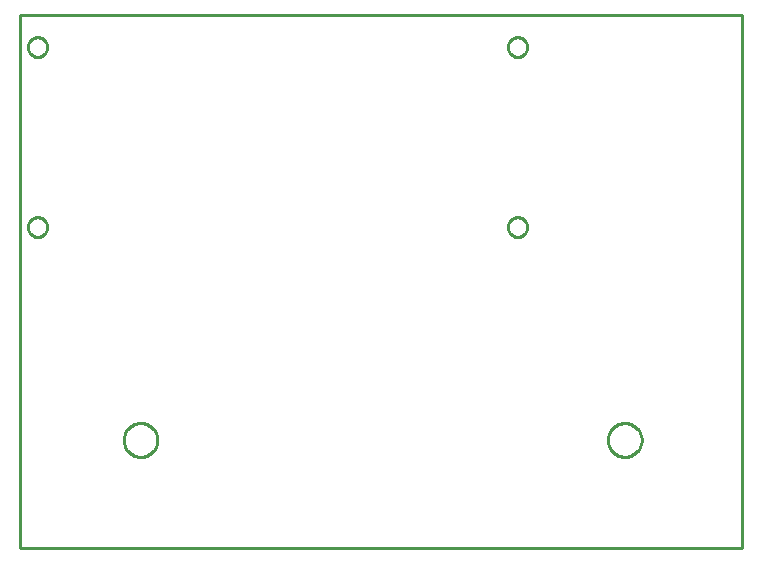
<source format=gbr>
G04 EAGLE Gerber X2 export*
%TF.Part,Single*%
%TF.FileFunction,Profile,NP*%
%TF.FilePolarity,Positive*%
%TF.GenerationSoftware,Autodesk,EAGLE,9.1.3*%
%TF.CreationDate,2020-03-05T04:38:37Z*%
G75*
%MOMM*%
%FSLAX34Y34*%
%LPD*%
%AMOC8*
5,1,8,0,0,1.08239X$1,22.5*%
G01*
%ADD10C,0.254000*%


D10*
X-40640Y-170180D02*
X571300Y-170180D01*
X571300Y281180D01*
X-40640Y281180D01*
X-40640Y-170180D01*
X381406Y109855D02*
X382213Y109776D01*
X383008Y109617D01*
X383784Y109382D01*
X384534Y109071D01*
X385249Y108689D01*
X385923Y108238D01*
X386550Y107724D01*
X387124Y107150D01*
X387638Y106523D01*
X388089Y105849D01*
X388471Y105134D01*
X388782Y104384D01*
X389017Y103608D01*
X389176Y102813D01*
X389255Y102006D01*
X389255Y101194D01*
X389176Y100387D01*
X389017Y99592D01*
X388782Y98816D01*
X388471Y98066D01*
X388089Y97351D01*
X387638Y96677D01*
X387124Y96050D01*
X386550Y95476D01*
X385923Y94962D01*
X385249Y94511D01*
X384534Y94129D01*
X383784Y93818D01*
X383008Y93583D01*
X382213Y93425D01*
X381406Y93345D01*
X380594Y93345D01*
X379787Y93425D01*
X378992Y93583D01*
X378216Y93818D01*
X377466Y94129D01*
X376751Y94511D01*
X376077Y94962D01*
X375450Y95476D01*
X374876Y96050D01*
X374362Y96677D01*
X373911Y97351D01*
X373529Y98066D01*
X373218Y98816D01*
X372983Y99592D01*
X372825Y100387D01*
X372745Y101194D01*
X372745Y102006D01*
X372825Y102813D01*
X372983Y103608D01*
X373218Y104384D01*
X373529Y105134D01*
X373911Y105849D01*
X374362Y106523D01*
X374876Y107150D01*
X375450Y107724D01*
X376077Y108238D01*
X376751Y108689D01*
X377466Y109071D01*
X378216Y109382D01*
X378992Y109617D01*
X379787Y109776D01*
X380594Y109855D01*
X381406Y109855D01*
X381406Y262255D02*
X382213Y262176D01*
X383008Y262017D01*
X383784Y261782D01*
X384534Y261471D01*
X385249Y261089D01*
X385923Y260638D01*
X386550Y260124D01*
X387124Y259550D01*
X387638Y258923D01*
X388089Y258249D01*
X388471Y257534D01*
X388782Y256784D01*
X389017Y256008D01*
X389176Y255213D01*
X389255Y254406D01*
X389255Y253594D01*
X389176Y252787D01*
X389017Y251992D01*
X388782Y251216D01*
X388471Y250466D01*
X388089Y249751D01*
X387638Y249077D01*
X387124Y248450D01*
X386550Y247876D01*
X385923Y247362D01*
X385249Y246911D01*
X384534Y246529D01*
X383784Y246218D01*
X383008Y245983D01*
X382213Y245825D01*
X381406Y245745D01*
X380594Y245745D01*
X379787Y245825D01*
X378992Y245983D01*
X378216Y246218D01*
X377466Y246529D01*
X376751Y246911D01*
X376077Y247362D01*
X375450Y247876D01*
X374876Y248450D01*
X374362Y249077D01*
X373911Y249751D01*
X373529Y250466D01*
X373218Y251216D01*
X372983Y251992D01*
X372825Y252787D01*
X372745Y253594D01*
X372745Y254406D01*
X372825Y255213D01*
X372983Y256008D01*
X373218Y256784D01*
X373529Y257534D01*
X373911Y258249D01*
X374362Y258923D01*
X374876Y259550D01*
X375450Y260124D01*
X376077Y260638D01*
X376751Y261089D01*
X377466Y261471D01*
X378216Y261782D01*
X378992Y262017D01*
X379787Y262176D01*
X380594Y262255D01*
X381406Y262255D01*
X-24994Y262255D02*
X-24187Y262176D01*
X-23392Y262017D01*
X-22616Y261782D01*
X-21866Y261471D01*
X-21151Y261089D01*
X-20477Y260638D01*
X-19850Y260124D01*
X-19276Y259550D01*
X-18762Y258923D01*
X-18311Y258249D01*
X-17929Y257534D01*
X-17618Y256784D01*
X-17383Y256008D01*
X-17225Y255213D01*
X-17145Y254406D01*
X-17145Y253594D01*
X-17225Y252787D01*
X-17383Y251992D01*
X-17618Y251216D01*
X-17929Y250466D01*
X-18311Y249751D01*
X-18762Y249077D01*
X-19276Y248450D01*
X-19850Y247876D01*
X-20477Y247362D01*
X-21151Y246911D01*
X-21866Y246529D01*
X-22616Y246218D01*
X-23392Y245983D01*
X-24187Y245825D01*
X-24994Y245745D01*
X-25806Y245745D01*
X-26613Y245825D01*
X-27408Y245983D01*
X-28184Y246218D01*
X-28934Y246529D01*
X-29649Y246911D01*
X-30323Y247362D01*
X-30950Y247876D01*
X-31524Y248450D01*
X-32038Y249077D01*
X-32489Y249751D01*
X-32871Y250466D01*
X-33182Y251216D01*
X-33417Y251992D01*
X-33576Y252787D01*
X-33655Y253594D01*
X-33655Y254406D01*
X-33576Y255213D01*
X-33417Y256008D01*
X-33182Y256784D01*
X-32871Y257534D01*
X-32489Y258249D01*
X-32038Y258923D01*
X-31524Y259550D01*
X-30950Y260124D01*
X-30323Y260638D01*
X-29649Y261089D01*
X-28934Y261471D01*
X-28184Y261782D01*
X-27408Y262017D01*
X-26613Y262176D01*
X-25806Y262255D01*
X-24994Y262255D01*
X-24994Y109855D02*
X-24187Y109776D01*
X-23392Y109617D01*
X-22616Y109382D01*
X-21866Y109071D01*
X-21151Y108689D01*
X-20477Y108238D01*
X-19850Y107724D01*
X-19276Y107150D01*
X-18762Y106523D01*
X-18311Y105849D01*
X-17929Y105134D01*
X-17618Y104384D01*
X-17383Y103608D01*
X-17225Y102813D01*
X-17145Y102006D01*
X-17145Y101194D01*
X-17225Y100387D01*
X-17383Y99592D01*
X-17618Y98816D01*
X-17929Y98066D01*
X-18311Y97351D01*
X-18762Y96677D01*
X-19276Y96050D01*
X-19850Y95476D01*
X-20477Y94962D01*
X-21151Y94511D01*
X-21866Y94129D01*
X-22616Y93818D01*
X-23392Y93583D01*
X-24187Y93425D01*
X-24994Y93345D01*
X-25806Y93345D01*
X-26613Y93425D01*
X-27408Y93583D01*
X-28184Y93818D01*
X-28934Y94129D01*
X-29649Y94511D01*
X-30323Y94962D01*
X-30950Y95476D01*
X-31524Y96050D01*
X-32038Y96677D01*
X-32489Y97351D01*
X-32871Y98066D01*
X-33182Y98816D01*
X-33417Y99592D01*
X-33576Y100387D01*
X-33655Y101194D01*
X-33655Y102006D01*
X-33576Y102813D01*
X-33417Y103608D01*
X-33182Y104384D01*
X-32871Y105134D01*
X-32489Y105849D01*
X-32038Y106523D01*
X-31524Y107150D01*
X-30950Y107724D01*
X-30323Y108238D01*
X-29649Y108689D01*
X-28934Y109071D01*
X-28184Y109382D01*
X-27408Y109617D01*
X-26613Y109776D01*
X-25806Y109855D01*
X-24994Y109855D01*
X75950Y-79169D02*
X75877Y-80184D01*
X75733Y-81192D01*
X75516Y-82186D01*
X75229Y-83163D01*
X74874Y-84117D01*
X74451Y-85043D01*
X73963Y-85936D01*
X73413Y-86792D01*
X72803Y-87607D01*
X72136Y-88376D01*
X71416Y-89096D01*
X70647Y-89763D01*
X69832Y-90373D01*
X68976Y-90923D01*
X68083Y-91411D01*
X67157Y-91834D01*
X66203Y-92189D01*
X65226Y-92476D01*
X64232Y-92693D01*
X63224Y-92837D01*
X62209Y-92910D01*
X61191Y-92910D01*
X60176Y-92837D01*
X59168Y-92693D01*
X58174Y-92476D01*
X57197Y-92189D01*
X56243Y-91834D01*
X55317Y-91411D01*
X54424Y-90923D01*
X53568Y-90373D01*
X52753Y-89763D01*
X51984Y-89096D01*
X51264Y-88376D01*
X50597Y-87607D01*
X49987Y-86792D01*
X49437Y-85936D01*
X48949Y-85043D01*
X48526Y-84117D01*
X48171Y-83163D01*
X47884Y-82186D01*
X47667Y-81192D01*
X47523Y-80184D01*
X47450Y-79169D01*
X47450Y-78151D01*
X47523Y-77136D01*
X47667Y-76128D01*
X47884Y-75134D01*
X48171Y-74157D01*
X48526Y-73203D01*
X48949Y-72277D01*
X49437Y-71384D01*
X49987Y-70528D01*
X50597Y-69713D01*
X51264Y-68944D01*
X51984Y-68224D01*
X52753Y-67557D01*
X53568Y-66947D01*
X54424Y-66397D01*
X55317Y-65909D01*
X56243Y-65486D01*
X57197Y-65131D01*
X58174Y-64844D01*
X59168Y-64627D01*
X60176Y-64483D01*
X61191Y-64410D01*
X62209Y-64410D01*
X63224Y-64483D01*
X64232Y-64627D01*
X65226Y-64844D01*
X66203Y-65131D01*
X67157Y-65486D01*
X68083Y-65909D01*
X68976Y-66397D01*
X69832Y-66947D01*
X70647Y-67557D01*
X71416Y-68224D01*
X72136Y-68944D01*
X72803Y-69713D01*
X73413Y-70528D01*
X73963Y-71384D01*
X74451Y-72277D01*
X74874Y-73203D01*
X75229Y-74157D01*
X75516Y-75134D01*
X75733Y-76128D01*
X75877Y-77136D01*
X75950Y-78151D01*
X75950Y-79169D01*
X485950Y-79169D02*
X485877Y-80184D01*
X485733Y-81192D01*
X485516Y-82186D01*
X485229Y-83163D01*
X484874Y-84117D01*
X484451Y-85043D01*
X483963Y-85936D01*
X483413Y-86792D01*
X482803Y-87607D01*
X482136Y-88376D01*
X481416Y-89096D01*
X480647Y-89763D01*
X479832Y-90373D01*
X478976Y-90923D01*
X478083Y-91411D01*
X477157Y-91834D01*
X476203Y-92189D01*
X475226Y-92476D01*
X474232Y-92693D01*
X473224Y-92837D01*
X472209Y-92910D01*
X471191Y-92910D01*
X470176Y-92837D01*
X469168Y-92693D01*
X468174Y-92476D01*
X467197Y-92189D01*
X466243Y-91834D01*
X465317Y-91411D01*
X464424Y-90923D01*
X463568Y-90373D01*
X462753Y-89763D01*
X461984Y-89096D01*
X461264Y-88376D01*
X460597Y-87607D01*
X459987Y-86792D01*
X459437Y-85936D01*
X458949Y-85043D01*
X458526Y-84117D01*
X458171Y-83163D01*
X457884Y-82186D01*
X457667Y-81192D01*
X457523Y-80184D01*
X457450Y-79169D01*
X457450Y-78151D01*
X457523Y-77136D01*
X457667Y-76128D01*
X457884Y-75134D01*
X458171Y-74157D01*
X458526Y-73203D01*
X458949Y-72277D01*
X459437Y-71384D01*
X459987Y-70528D01*
X460597Y-69713D01*
X461264Y-68944D01*
X461984Y-68224D01*
X462753Y-67557D01*
X463568Y-66947D01*
X464424Y-66397D01*
X465317Y-65909D01*
X466243Y-65486D01*
X467197Y-65131D01*
X468174Y-64844D01*
X469168Y-64627D01*
X470176Y-64483D01*
X471191Y-64410D01*
X472209Y-64410D01*
X473224Y-64483D01*
X474232Y-64627D01*
X475226Y-64844D01*
X476203Y-65131D01*
X477157Y-65486D01*
X478083Y-65909D01*
X478976Y-66397D01*
X479832Y-66947D01*
X480647Y-67557D01*
X481416Y-68224D01*
X482136Y-68944D01*
X482803Y-69713D01*
X483413Y-70528D01*
X483963Y-71384D01*
X484451Y-72277D01*
X484874Y-73203D01*
X485229Y-74157D01*
X485516Y-75134D01*
X485733Y-76128D01*
X485877Y-77136D01*
X485950Y-78151D01*
X485950Y-79169D01*
M02*

</source>
